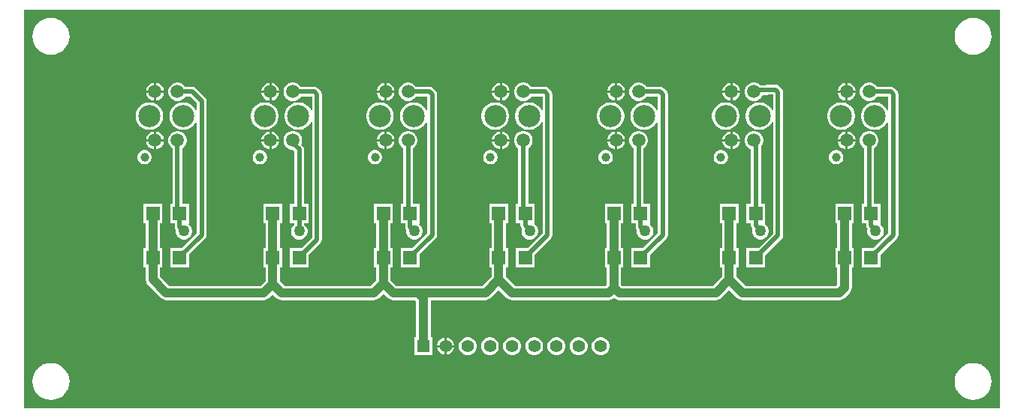
<source format=gtl>
G04*
G04 #@! TF.GenerationSoftware,Altium Limited,Altium Designer,24.1.2 (44)*
G04*
G04 Layer_Physical_Order=1*
G04 Layer_Color=255*
%FSTAX44Y44*%
%MOMM*%
G71*
G04*
G04 #@! TF.SameCoordinates,3538205F-3925-4055-AE4A-FF41BFCD8782*
G04*
G04*
G04 #@! TF.FilePolarity,Positive*
G04*
G01*
G75*
%ADD13R,1.5000X1.6000*%
%ADD21C,0.5000*%
%ADD22C,1.0000*%
%ADD23C,2.5000*%
%ADD24C,1.0000*%
%ADD25C,1.5000*%
%ADD26R,1.4080X1.4080*%
%ADD27C,1.4080*%
%ADD28C,1.2700*%
G36*
X011Y0D02*
X0D01*
Y0045D01*
X011D01*
Y0D01*
D02*
G37*
%LPC*%
G36*
X0107Y00440871D02*
X01065928Y0044047D01*
X01062013Y00439282D01*
X01058405Y00437353D01*
X01055242Y00434758D01*
X01052647Y00431595D01*
X01050718Y00427987D01*
X0104953Y00424072D01*
X01049129Y0042D01*
X0104953Y00415928D01*
X01050718Y00412013D01*
X01052647Y00408405D01*
X01055242Y00405242D01*
X01058405Y00402647D01*
X01062013Y00400718D01*
X01065928Y0039953D01*
X0107Y00399129D01*
X01074072Y0039953D01*
X01077987Y00400718D01*
X01081595Y00402647D01*
X01084758Y00405242D01*
X01087353Y00408405D01*
X01089282Y00412013D01*
X0109047Y00415928D01*
X01090871Y0042D01*
X0109047Y00424072D01*
X01089282Y00427987D01*
X01087353Y00431595D01*
X01084758Y00434758D01*
X01081595Y00437353D01*
X01077987Y00439282D01*
X01074072Y0044047D01*
X0107Y00440871D01*
D02*
G37*
G36*
X0003D02*
X00025928Y0044047D01*
X00022013Y00439282D01*
X00018405Y00437353D01*
X00015242Y00434758D01*
X00012647Y00431595D01*
X00010718Y00427987D01*
X00009531Y00424072D01*
X00009129Y0042D01*
X00009531Y00415928D01*
X00010718Y00412013D01*
X00012647Y00408405D01*
X00015242Y00405242D01*
X00018405Y00402647D01*
X00022013Y00400718D01*
X00025928Y0039953D01*
X0003Y00399129D01*
X00034072Y0039953D01*
X00037987Y00400718D01*
X00041595Y00402647D01*
X00044758Y00405242D01*
X00047353Y00408405D01*
X00049282Y00412013D01*
X00050469Y00415928D01*
X0005087Y0042D01*
X00050469Y00424072D01*
X00049282Y00427987D01*
X00047353Y00431595D01*
X00044758Y00434758D01*
X00041595Y00437353D01*
X00037987Y00439282D01*
X00034072Y0044047D01*
X0003Y00440871D01*
D02*
G37*
G36*
X00928622Y0036754D02*
X0092857D01*
Y0035877D01*
X0093734D01*
Y00358822D01*
X00936656Y00361375D01*
X00935334Y00363665D01*
X00933465Y00365534D01*
X00931175Y00366856D01*
X00928622Y0036754D01*
D02*
G37*
G36*
X00798622D02*
X0079857D01*
Y0035877D01*
X0080734D01*
Y00358822D01*
X00806656Y00361375D01*
X00805334Y00363665D01*
X00803465Y00365534D01*
X00801175Y00366856D01*
X00798622Y0036754D01*
D02*
G37*
G36*
X00668622D02*
X0066857D01*
Y0035877D01*
X0067734D01*
Y00358822D01*
X00676656Y00361375D01*
X00675334Y00363665D01*
X00673465Y00365534D01*
X00671175Y00366856D01*
X00668622Y0036754D01*
D02*
G37*
G36*
X00538622D02*
X0053857D01*
Y0035877D01*
X0054734D01*
Y00358822D01*
X00546656Y00361375D01*
X00545334Y00363665D01*
X00543465Y00365534D01*
X00541175Y00366856D01*
X00538622Y0036754D01*
D02*
G37*
G36*
X00408622D02*
X0040857D01*
Y0035877D01*
X0041734D01*
Y00358822D01*
X00416656Y00361375D01*
X00415334Y00363665D01*
X00413465Y00365534D01*
X00411175Y00366856D01*
X00408622Y0036754D01*
D02*
G37*
G36*
X00278622D02*
X0027857D01*
Y0035877D01*
X0028734D01*
Y00358822D01*
X00286656Y00361375D01*
X00285334Y00363665D01*
X00283465Y00365534D01*
X00281175Y00366856D01*
X00278622Y0036754D01*
D02*
G37*
G36*
X00148622D02*
X0014857D01*
Y0035877D01*
X0015734D01*
Y00358822D01*
X00156656Y00361375D01*
X00155334Y00363665D01*
X00153464Y00365534D01*
X00151175Y00366856D01*
X00148622Y0036754D01*
D02*
G37*
G36*
X0079603D02*
X00795978D01*
X00793425Y00366856D01*
X00791135Y00365534D01*
X00789266Y00363665D01*
X00787944Y00361375D01*
X0078726Y00358822D01*
Y0035877D01*
X0079603D01*
Y0036754D01*
D02*
G37*
G36*
X0014603D02*
X00145978D01*
X00143425Y00366856D01*
X00141135Y00365534D01*
X00139266Y00363665D01*
X00137944Y00361375D01*
X0013726Y00358822D01*
Y0035877D01*
X0014603D01*
Y0036754D01*
D02*
G37*
G36*
X0092603D02*
X00925978D01*
X00923425Y00366856D01*
X00921135Y00365534D01*
X00919266Y00363665D01*
X00917944Y00361375D01*
X0091726Y00358822D01*
Y0035877D01*
X0092603D01*
Y0036754D01*
D02*
G37*
G36*
X0066603D02*
X00665978D01*
X00663425Y00366856D01*
X00661135Y00365534D01*
X00659266Y00363665D01*
X00657944Y00361375D01*
X0065726Y00358822D01*
Y0035877D01*
X0066603D01*
Y0036754D01*
D02*
G37*
G36*
X0027603D02*
X00275978D01*
X00273425Y00366856D01*
X00271135Y00365534D01*
X00269266Y00363665D01*
X00267944Y00361375D01*
X0026726Y00358822D01*
Y0035877D01*
X0027603D01*
Y0036754D01*
D02*
G37*
G36*
X0040603D02*
X00405978D01*
X00403424Y00366856D01*
X00401135Y00365534D01*
X00399266Y00363665D01*
X00397944Y00361375D01*
X0039726Y00358822D01*
Y0035877D01*
X0040603D01*
Y0036754D01*
D02*
G37*
G36*
X0053603D02*
X00535978D01*
X00533425Y00366856D01*
X00531135Y00365534D01*
X00529266Y00363665D01*
X00527944Y00361375D01*
X0052726Y00358822D01*
Y0035877D01*
X0053603D01*
Y0036754D01*
D02*
G37*
G36*
X0093734Y0035623D02*
X0092857D01*
Y0034746D01*
X00928622D01*
X00931175Y00348144D01*
X00933465Y00349466D01*
X00935334Y00351335D01*
X00936656Y00353625D01*
X0093734Y00356178D01*
Y0035623D01*
D02*
G37*
G36*
X0092603D02*
X0091726D01*
Y00356178D01*
X00917944Y00353625D01*
X00919266Y00351335D01*
X00921135Y00349466D01*
X00923425Y00348144D01*
X00925978Y0034746D01*
X0092603D01*
Y0035623D01*
D02*
G37*
G36*
X0080734D02*
X0079857D01*
Y0034746D01*
X00798622D01*
X00801175Y00348144D01*
X00803465Y00349466D01*
X00805334Y00351335D01*
X00806656Y00353625D01*
X0080734Y00356178D01*
Y0035623D01*
D02*
G37*
G36*
X0079603D02*
X0078726D01*
Y00356178D01*
X00787944Y00353625D01*
X00789266Y00351335D01*
X00791135Y00349466D01*
X00793425Y00348144D01*
X00795978Y0034746D01*
X0079603D01*
Y0035623D01*
D02*
G37*
G36*
X0067734D02*
X0066857D01*
Y0034746D01*
X00668622D01*
X00671175Y00348144D01*
X00673465Y00349466D01*
X00675334Y00351335D01*
X00676656Y00353625D01*
X0067734Y00356178D01*
Y0035623D01*
D02*
G37*
G36*
X0066603D02*
X0065726D01*
Y00356178D01*
X00657944Y00353625D01*
X00659266Y00351335D01*
X00661135Y00349466D01*
X00663425Y00348144D01*
X00665978Y0034746D01*
X0066603D01*
Y0035623D01*
D02*
G37*
G36*
X0054734D02*
X0053857D01*
Y0034746D01*
X00538622D01*
X00541175Y00348144D01*
X00543465Y00349466D01*
X00545334Y00351335D01*
X00546656Y00353625D01*
X0054734Y00356178D01*
Y0035623D01*
D02*
G37*
G36*
X0053603D02*
X0052726D01*
Y00356178D01*
X00527944Y00353625D01*
X00529266Y00351335D01*
X00531135Y00349466D01*
X00533425Y00348144D01*
X00535978Y0034746D01*
X0053603D01*
Y0035623D01*
D02*
G37*
G36*
X0041734D02*
X0040857D01*
Y0034746D01*
X00408622D01*
X00411175Y00348144D01*
X00413465Y00349466D01*
X00415334Y00351335D01*
X00416656Y00353625D01*
X0041734Y00356178D01*
Y0035623D01*
D02*
G37*
G36*
X0040603D02*
X0039726D01*
Y00356178D01*
X00397944Y00353625D01*
X00399266Y00351335D01*
X00401135Y00349466D01*
X00403424Y00348144D01*
X00405978Y0034746D01*
X0040603D01*
Y0035623D01*
D02*
G37*
G36*
X0028734D02*
X0027857D01*
Y0034746D01*
X00278622D01*
X00281175Y00348144D01*
X00283465Y00349466D01*
X00285334Y00351335D01*
X00286656Y00353625D01*
X0028734Y00356178D01*
Y0035623D01*
D02*
G37*
G36*
X0027603D02*
X0026726D01*
Y00356178D01*
X00267944Y00353625D01*
X00269266Y00351335D01*
X00271135Y00349466D01*
X00273425Y00348144D01*
X00275978Y0034746D01*
X0027603D01*
Y0035623D01*
D02*
G37*
G36*
X0015734D02*
X0014857D01*
Y0034746D01*
X00148622D01*
X00151175Y00348144D01*
X00153464Y00349466D01*
X00155334Y00351335D01*
X00156656Y00353625D01*
X0015734Y00356178D01*
Y0035623D01*
D02*
G37*
G36*
X0014603D02*
X0013726D01*
Y00356178D01*
X00137944Y00353625D01*
X00139266Y00351335D01*
X00141135Y00349466D01*
X00143425Y00348144D01*
X00145978Y0034746D01*
X0014603D01*
Y0035623D01*
D02*
G37*
G36*
X00434082Y00368D02*
X00431317D01*
X00428647Y00367284D01*
X00426253Y00365902D01*
X00424298Y00363947D01*
X00422915Y00361553D01*
X004222Y00358882D01*
Y00356118D01*
X00422915Y00353447D01*
X00424298Y00351053D01*
X00426253Y00349098D01*
X00428647Y00347716D01*
X00431317Y00347D01*
X00434082D01*
X00436753Y00347716D01*
X00439147Y00349098D01*
X00441102Y00351053D01*
X00441586Y00351892D01*
X00454392D01*
Y00336662D01*
X00453122Y00336409D01*
X00452736Y00337342D01*
X0045104Y00339881D01*
X00448881Y0034204D01*
X00446342Y00343736D01*
X00443521Y00344904D01*
X00440527Y003455D01*
X00437473D01*
X00434479Y00344904D01*
X00431658Y00343736D01*
X00429119Y0034204D01*
X0042696Y00339881D01*
X00425264Y00337342D01*
X00424096Y00334521D01*
X004235Y00331527D01*
Y00328473D01*
X00424096Y00325479D01*
X00425264Y00322658D01*
X0042696Y00320119D01*
X00429119Y0031796D01*
X00431658Y00316264D01*
X00434479Y00315096D01*
X00437473Y003145D01*
X00440527D01*
X00443521Y00315096D01*
X00446342Y00316264D01*
X00448881Y0031796D01*
X0045104Y00320119D01*
X00452736Y00322658D01*
X00453122Y00323591D01*
X00454392Y00323338D01*
Y00197823D01*
X0043757Y00181D01*
X004245D01*
Y00159D01*
X004455D01*
Y0017307D01*
X00463965Y00191535D01*
X00465181Y00193354D01*
X00465608Y001955D01*
Y00354571D01*
X00465181Y00356717D01*
X00463965Y00358536D01*
X00461036Y00361465D01*
X00459217Y00362681D01*
X00457071Y00363108D01*
X00441586D01*
X00441102Y00363947D01*
X00439147Y00365902D01*
X00436753Y00367284D01*
X00434082Y00368D01*
D02*
G37*
G36*
X00174082D02*
X00171318D01*
X00168647Y00367284D01*
X00166253Y00365902D01*
X00164298Y00363947D01*
X00162915Y00361553D01*
X001622Y00358882D01*
Y00356118D01*
X00162915Y00353447D01*
X00164298Y00351053D01*
X00166253Y00349098D01*
X00168647Y00347716D01*
X00171318Y00347D01*
X00174082D01*
X00176753Y00347716D01*
X00179147Y00349098D01*
X00181102Y00351053D01*
X00181586Y00351892D01*
X00187248D01*
X00194392Y00344748D01*
Y00336662D01*
X00193122Y00336409D01*
X00192736Y00337342D01*
X0019104Y00339881D01*
X00188881Y0034204D01*
X00186342Y00343736D01*
X00183521Y00344904D01*
X00180527Y003455D01*
X00177473D01*
X00174479Y00344904D01*
X00171658Y00343736D01*
X00169119Y0034204D01*
X0016696Y00339881D01*
X00165264Y00337342D01*
X00164096Y00334521D01*
X001635Y00331527D01*
Y00328473D01*
X00164096Y00325479D01*
X00165264Y00322658D01*
X0016696Y00320119D01*
X00169119Y0031796D01*
X00171658Y00316264D01*
X00174479Y00315096D01*
X00177473Y003145D01*
X00180527D01*
X00183521Y00315096D01*
X00186342Y00316264D01*
X00188881Y0031796D01*
X0019104Y00320119D01*
X00192736Y00322658D01*
X00193122Y00323591D01*
X00194392Y00323338D01*
Y00197823D01*
X0017757Y00181D01*
X001645D01*
Y00159D01*
X001855D01*
Y0017307D01*
X00203965Y00191535D01*
X00205181Y00193354D01*
X00205608Y001955D01*
Y00347071D01*
X00205181Y00349217D01*
X00203965Y00351036D01*
X00193536Y00361465D01*
X00191717Y00362681D01*
X00189571Y00363108D01*
X00181586D01*
X00181102Y00363947D01*
X00179147Y00365902D01*
X00176753Y00367284D01*
X00174082Y00368D01*
D02*
G37*
G36*
X00954082D02*
X00951317D01*
X00948647Y00367284D01*
X00946253Y00365902D01*
X00944298Y00363947D01*
X00942915Y00361553D01*
X009422Y00358882D01*
Y00356118D01*
X00942915Y00353447D01*
X00944298Y00351053D01*
X00946253Y00349098D01*
X00948647Y00347716D01*
X00951317Y00347D01*
X00954082D01*
X00956753Y00347716D01*
X00959147Y00349098D01*
X00961102Y00351053D01*
X00961587Y00351892D01*
X00974392D01*
Y00336662D01*
X00973122Y00336409D01*
X00972736Y00337342D01*
X0097104Y00339881D01*
X00968881Y0034204D01*
X00966342Y00343736D01*
X00963521Y00344904D01*
X00960527Y003455D01*
X00957473D01*
X00954479Y00344904D01*
X00951658Y00343736D01*
X00949119Y0034204D01*
X0094696Y00339881D01*
X00945264Y00337342D01*
X00944096Y00334521D01*
X009435Y00331527D01*
Y00328473D01*
X00944096Y00325479D01*
X00945264Y00322658D01*
X0094696Y00320119D01*
X00949119Y0031796D01*
X00951658Y00316264D01*
X00954479Y00315096D01*
X00957473Y003145D01*
X00960527D01*
X00963521Y00315096D01*
X00966342Y00316264D01*
X00968881Y0031796D01*
X0097104Y00320119D01*
X00972736Y00322658D01*
X00973122Y00323591D01*
X00974392Y00323338D01*
Y00197823D01*
X00957569Y00181D01*
X009445D01*
Y00159D01*
X009655D01*
Y0017307D01*
X00983965Y00191535D01*
X00985181Y00193354D01*
X00985608Y001955D01*
Y00354571D01*
X00985181Y00356717D01*
X00983965Y00358536D01*
X00981036Y00361465D01*
X00979217Y00362681D01*
X00977071Y00363108D01*
X00961587D01*
X00961102Y00363947D01*
X00959147Y00365902D01*
X00956753Y00367284D01*
X00954082Y00368D01*
D02*
G37*
G36*
X00694082D02*
X00691317D01*
X00688647Y00367284D01*
X00686253Y00365902D01*
X00684298Y00363947D01*
X00682915Y00361553D01*
X006822Y00358882D01*
Y00356118D01*
X00682915Y00353447D01*
X00684298Y00351053D01*
X00686253Y00349098D01*
X00688647Y00347716D01*
X00691317Y00347D01*
X00694082D01*
X00696753Y00347716D01*
X00699147Y00349098D01*
X00701102Y00351053D01*
X00701587Y00351892D01*
X00714392D01*
Y00336662D01*
X00713122Y00336409D01*
X00712736Y00337342D01*
X0071104Y00339881D01*
X00708881Y0034204D01*
X00706342Y00343736D01*
X00703521Y00344904D01*
X00700527Y003455D01*
X00697473D01*
X00694479Y00344904D01*
X00691658Y00343736D01*
X00689119Y0034204D01*
X0068696Y00339881D01*
X00685264Y00337342D01*
X00684096Y00334521D01*
X006835Y00331527D01*
Y00328473D01*
X00684096Y00325479D01*
X00685264Y00322658D01*
X0068696Y00320119D01*
X00689119Y0031796D01*
X00691658Y00316264D01*
X00694479Y00315096D01*
X00697473Y003145D01*
X00700527D01*
X00703521Y00315096D01*
X00706342Y00316264D01*
X00708881Y0031796D01*
X0071104Y00320119D01*
X00712736Y00322658D01*
X00713122Y00323591D01*
X00714392Y00323338D01*
Y00197823D01*
X00697569Y00181D01*
X006845D01*
Y00159D01*
X007055D01*
Y0017307D01*
X00723965Y00191535D01*
X00725181Y00193354D01*
X00725608Y001955D01*
Y00354571D01*
X00725181Y00356717D01*
X00723965Y00358536D01*
X00721036Y00361465D01*
X00719217Y00362681D01*
X00717071Y00363108D01*
X00701587D01*
X00701102Y00363947D01*
X00699147Y00365902D01*
X00696753Y00367284D01*
X00694082Y00368D01*
D02*
G37*
G36*
X00564082D02*
X00561318D01*
X00558647Y00367284D01*
X00556253Y00365902D01*
X00554298Y00363947D01*
X00552916Y00361553D01*
X005522Y00358882D01*
Y00356118D01*
X00552916Y00353447D01*
X00554298Y00351053D01*
X00556253Y00349098D01*
X00558647Y00347716D01*
X00561318Y00347D01*
X00564082D01*
X00566753Y00347716D01*
X00569147Y00349098D01*
X00571102Y00351053D01*
X00571587Y00351892D01*
X00584392D01*
Y00336661D01*
X00583122Y00336409D01*
X00582736Y00337342D01*
X00581039Y00339881D01*
X0057888Y0034204D01*
X00576342Y00343736D01*
X00573521Y00344904D01*
X00570526Y003455D01*
X00567473D01*
X00564479Y00344904D01*
X00561658Y00343736D01*
X00559119Y0034204D01*
X0055696Y00339881D01*
X00555264Y00337342D01*
X00554095Y00334521D01*
X005535Y00331527D01*
Y00328473D01*
X00554095Y00325479D01*
X00555264Y00322658D01*
X0055696Y00320119D01*
X00559119Y0031796D01*
X00561658Y00316264D01*
X00564479Y00315096D01*
X00567473Y003145D01*
X00570526D01*
X00573521Y00315096D01*
X00576342Y00316264D01*
X0057888Y0031796D01*
X00581039Y00320119D01*
X00582736Y00322658D01*
X00583122Y00323591D01*
X00584392Y00323339D01*
Y00197823D01*
X00567569Y00181D01*
X005545D01*
Y00159D01*
X005755D01*
Y0017307D01*
X00593965Y00191535D01*
X00595181Y00193354D01*
X00595608Y00195501D01*
Y00354571D01*
X00595181Y00356717D01*
X00593965Y00358536D01*
X00591036Y00361465D01*
X00589217Y00362681D01*
X00587071Y00363108D01*
X00571587D01*
X00571102Y00363947D01*
X00569147Y00365902D01*
X00566753Y00367284D01*
X00564082Y00368D01*
D02*
G37*
G36*
X00304082D02*
X00301318D01*
X00298647Y00367284D01*
X00296253Y00365902D01*
X00294298Y00363947D01*
X00292916Y00361553D01*
X002922Y00358882D01*
Y00356118D01*
X00292916Y00353447D01*
X00294298Y00351053D01*
X00296253Y00349098D01*
X00298647Y00347716D01*
X00301318Y00347D01*
X00304082D01*
X00306753Y00347716D01*
X00309147Y00349098D01*
X00311102Y00351053D01*
X00311587Y00351892D01*
X00324392D01*
Y00336661D01*
X00323122Y00336409D01*
X00322736Y00337342D01*
X00321039Y00339881D01*
X0031888Y0034204D01*
X00316342Y00343736D01*
X00313521Y00344904D01*
X00310526Y003455D01*
X00307473D01*
X00304479Y00344904D01*
X00301658Y00343736D01*
X00299119Y0034204D01*
X0029696Y00339881D01*
X00295264Y00337342D01*
X00294095Y00334521D01*
X002935Y00331527D01*
Y00328473D01*
X00294095Y00325479D01*
X00295264Y00322658D01*
X0029696Y00320119D01*
X00299119Y0031796D01*
X00301658Y00316264D01*
X00304479Y00315096D01*
X00307473Y003145D01*
X00310526D01*
X00313521Y00315096D01*
X00316342Y00316264D01*
X0031888Y0031796D01*
X00321039Y00320119D01*
X00322736Y00322658D01*
X00323122Y00323591D01*
X00324392Y00323339D01*
Y00192823D01*
X0031257Y00181D01*
X002995D01*
Y00159D01*
X003205D01*
Y00173069D01*
X00333965Y00186535D01*
X00335181Y00188354D01*
X00335608Y001905D01*
Y00354571D01*
X00335181Y00356717D01*
X00333965Y00358536D01*
X00331036Y00361465D01*
X00329217Y00362681D01*
X00327071Y00363108D01*
X00311587D01*
X00311102Y00363947D01*
X00309147Y00365902D01*
X00306753Y00367284D01*
X00304082Y00368D01*
D02*
G37*
G36*
X00824082D02*
X00821318D01*
X00818647Y00367284D01*
X00816253Y00365902D01*
X00814298Y00363947D01*
X00812916Y00361553D01*
X008122Y00358882D01*
Y00356118D01*
X00812916Y00353447D01*
X00814298Y00351053D01*
X00816253Y00349098D01*
X00818647Y00347716D01*
X00821318Y00347D01*
X00824082D01*
X00826753Y00347716D01*
X00829147Y00349098D01*
X00831102Y00351053D01*
X00832484Y00353447D01*
X0083258Y00353806D01*
X00837319D01*
X00839465Y00354233D01*
X00839704Y00354392D01*
X00844392D01*
Y00336661D01*
X00843122Y00336409D01*
X00842736Y00337342D01*
X00841039Y00339881D01*
X0083888Y0034204D01*
X00836342Y00343736D01*
X00833521Y00344904D01*
X00830526Y003455D01*
X00827473D01*
X00824479Y00344904D01*
X00821658Y00343736D01*
X00819119Y0034204D01*
X0081696Y00339881D01*
X00815264Y00337342D01*
X00814095Y00334521D01*
X008135Y00331527D01*
Y00328473D01*
X00814095Y00325479D01*
X00815264Y00322658D01*
X0081696Y00320119D01*
X00819119Y0031796D01*
X00821658Y00316264D01*
X00824479Y00315096D01*
X00827473Y003145D01*
X00830526D01*
X00833521Y00315096D01*
X00836342Y00316264D01*
X0083888Y0031796D01*
X00841039Y00320119D01*
X00842736Y00322658D01*
X00843122Y00323591D01*
X00844392Y00323339D01*
Y00197323D01*
X0082807Y00181D01*
X008145D01*
Y00159D01*
X008355D01*
Y0017257D01*
X00853965Y00191035D01*
X00855181Y00192854D01*
X00855608Y00195D01*
Y00357071D01*
X00855181Y00359217D01*
X00853965Y00361036D01*
X00851036Y00363965D01*
X00849217Y00365181D01*
X00847071Y00365608D01*
X00837906D01*
X0083576Y00365181D01*
X00835521Y00365021D01*
X00830028D01*
X00829147Y00365902D01*
X00826753Y00367284D01*
X00824082Y00368D01*
D02*
G37*
G36*
X00922527Y003455D02*
X00919473D01*
X00916479Y00344904D01*
X00913658Y00343736D01*
X00911119Y0034204D01*
X0090896Y00339881D01*
X00907264Y00337342D01*
X00906096Y00334521D01*
X009055Y00331527D01*
Y00328473D01*
X00906096Y00325479D01*
X00907264Y00322658D01*
X0090896Y00320119D01*
X00911119Y0031796D01*
X00913658Y00316264D01*
X00916479Y00315096D01*
X00919473Y003145D01*
X00922527D01*
X00925521Y00315096D01*
X00928342Y00316264D01*
X00930881Y0031796D01*
X0093304Y00320119D01*
X00934736Y00322658D01*
X00935904Y00325479D01*
X009365Y00328473D01*
Y00331527D01*
X00935904Y00334521D01*
X00934736Y00337342D01*
X0093304Y00339881D01*
X00930881Y0034204D01*
X00928342Y00343736D01*
X00925521Y00344904D01*
X00922527Y003455D01*
D02*
G37*
G36*
X00792526D02*
X00789473D01*
X00786479Y00344904D01*
X00783658Y00343736D01*
X00781119Y0034204D01*
X0077896Y00339881D01*
X00777264Y00337342D01*
X00776096Y00334521D01*
X007755Y00331527D01*
Y00328473D01*
X00776096Y00325479D01*
X00777264Y00322658D01*
X0077896Y00320119D01*
X00781119Y0031796D01*
X00783658Y00316264D01*
X00786479Y00315096D01*
X00789473Y003145D01*
X00792526D01*
X00795521Y00315096D01*
X00798342Y00316264D01*
X00800881Y0031796D01*
X00803039Y00320119D01*
X00804736Y00322658D01*
X00805904Y00325479D01*
X008065Y00328473D01*
Y00331527D01*
X00805904Y00334521D01*
X00804736Y00337342D01*
X00803039Y00339881D01*
X00800881Y0034204D01*
X00798342Y00343736D01*
X00795521Y00344904D01*
X00792526Y003455D01*
D02*
G37*
G36*
X00662527D02*
X00659473D01*
X00656479Y00344904D01*
X00653658Y00343736D01*
X00651119Y0034204D01*
X0064896Y00339881D01*
X00647264Y00337342D01*
X00646096Y00334521D01*
X006455Y00331527D01*
Y00328473D01*
X00646096Y00325479D01*
X00647264Y00322658D01*
X0064896Y00320119D01*
X00651119Y0031796D01*
X00653658Y00316264D01*
X00656479Y00315096D01*
X00659473Y003145D01*
X00662527D01*
X00665521Y00315096D01*
X00668342Y00316264D01*
X00670881Y0031796D01*
X0067304Y00320119D01*
X00674736Y00322658D01*
X00675904Y00325479D01*
X006765Y00328473D01*
Y00331527D01*
X00675904Y00334521D01*
X00674736Y00337342D01*
X0067304Y00339881D01*
X00670881Y0034204D01*
X00668342Y00343736D01*
X00665521Y00344904D01*
X00662527Y003455D01*
D02*
G37*
G36*
X00532526D02*
X00529473D01*
X00526479Y00344904D01*
X00523658Y00343736D01*
X00521119Y0034204D01*
X0051896Y00339881D01*
X00517264Y00337342D01*
X00516096Y00334521D01*
X005155Y00331527D01*
Y00328473D01*
X00516096Y00325479D01*
X00517264Y00322658D01*
X0051896Y00320119D01*
X00521119Y0031796D01*
X00523658Y00316264D01*
X00526479Y00315096D01*
X00529473Y003145D01*
X00532526D01*
X00535521Y00315096D01*
X00538342Y00316264D01*
X00540881Y0031796D01*
X0054304Y00320119D01*
X00544736Y00322658D01*
X00545904Y00325479D01*
X005465Y00328473D01*
Y00331527D01*
X00545904Y00334521D01*
X00544736Y00337342D01*
X0054304Y00339881D01*
X00540881Y0034204D01*
X00538342Y00343736D01*
X00535521Y00344904D01*
X00532526Y003455D01*
D02*
G37*
G36*
X00402527D02*
X00399473D01*
X00396479Y00344904D01*
X00393658Y00343736D01*
X00391119Y0034204D01*
X0038896Y00339881D01*
X00387264Y00337342D01*
X00386096Y00334521D01*
X003855Y00331527D01*
Y00328473D01*
X00386096Y00325479D01*
X00387264Y00322658D01*
X0038896Y00320119D01*
X00391119Y0031796D01*
X00393658Y00316264D01*
X00396479Y00315096D01*
X00399473Y003145D01*
X00402527D01*
X00405521Y00315096D01*
X00408342Y00316264D01*
X00410881Y0031796D01*
X0041304Y00320119D01*
X00414736Y00322658D01*
X00415904Y00325479D01*
X004165Y00328473D01*
Y00331527D01*
X00415904Y00334521D01*
X00414736Y00337342D01*
X0041304Y00339881D01*
X00410881Y0034204D01*
X00408342Y00343736D01*
X00405521Y00344904D01*
X00402527Y003455D01*
D02*
G37*
G36*
X00272526D02*
X00269473D01*
X00266479Y00344904D01*
X00263658Y00343736D01*
X00261119Y0034204D01*
X0025896Y00339881D01*
X00257264Y00337342D01*
X00256096Y00334521D01*
X002555Y00331527D01*
Y00328473D01*
X00256096Y00325479D01*
X00257264Y00322658D01*
X0025896Y00320119D01*
X00261119Y0031796D01*
X00263658Y00316264D01*
X00266479Y00315096D01*
X00269473Y003145D01*
X00272526D01*
X00275521Y00315096D01*
X00278342Y00316264D01*
X00280881Y0031796D01*
X00283039Y00320119D01*
X00284736Y00322658D01*
X00285904Y00325479D01*
X002865Y00328473D01*
Y00331527D01*
X00285904Y00334521D01*
X00284736Y00337342D01*
X00283039Y00339881D01*
X00280881Y0034204D01*
X00278342Y00343736D01*
X00275521Y00344904D01*
X00272526Y003455D01*
D02*
G37*
G36*
X00142527D02*
X00139473D01*
X00136479Y00344904D01*
X00133658Y00343736D01*
X00131119Y0034204D01*
X0012896Y00339881D01*
X00127264Y00337342D01*
X00126096Y00334521D01*
X001255Y00331527D01*
Y00328473D01*
X00126096Y00325479D01*
X00127264Y00322658D01*
X0012896Y00320119D01*
X00131119Y0031796D01*
X00133658Y00316264D01*
X00136479Y00315096D01*
X00139473Y003145D01*
X00142527D01*
X00145521Y00315096D01*
X00148342Y00316264D01*
X00150881Y0031796D01*
X0015304Y00320119D01*
X00154736Y00322658D01*
X00155904Y00325479D01*
X001565Y00328473D01*
Y00331527D01*
X00155904Y00334521D01*
X00154736Y00337342D01*
X0015304Y00339881D01*
X00150881Y0034204D01*
X00148342Y00343736D01*
X00145521Y00344904D01*
X00142527Y003455D01*
D02*
G37*
G36*
X00928622Y0031254D02*
X0092857D01*
Y0030377D01*
X0093734D01*
Y00303822D01*
X00936656Y00306375D01*
X00935334Y00308665D01*
X00933465Y00310534D01*
X00931175Y00311856D01*
X00928622Y0031254D01*
D02*
G37*
G36*
X00798622D02*
X0079857D01*
Y0030377D01*
X0080734D01*
Y00303822D01*
X00806656Y00306375D01*
X00805334Y00308665D01*
X00803465Y00310534D01*
X00801175Y00311856D01*
X00798622Y0031254D01*
D02*
G37*
G36*
X00668622D02*
X0066857D01*
Y0030377D01*
X0067734D01*
Y00303822D01*
X00676656Y00306375D01*
X00675334Y00308665D01*
X00673465Y00310534D01*
X00671175Y00311856D01*
X00668622Y0031254D01*
D02*
G37*
G36*
X00538622D02*
X0053857D01*
Y0030377D01*
X0054734D01*
Y00303822D01*
X00546656Y00306375D01*
X00545334Y00308665D01*
X00543465Y00310534D01*
X00541175Y00311856D01*
X00538622Y0031254D01*
D02*
G37*
G36*
X00408622D02*
X0040857D01*
Y0030377D01*
X0041734D01*
Y00303822D01*
X00416656Y00306375D01*
X00415334Y00308665D01*
X00413465Y00310534D01*
X00411175Y00311856D01*
X00408622Y0031254D01*
D02*
G37*
G36*
X00278622D02*
X0027857D01*
Y0030377D01*
X0028734D01*
Y00303822D01*
X00286656Y00306375D01*
X00285334Y00308665D01*
X00283465Y00310534D01*
X00281175Y00311856D01*
X00278622Y0031254D01*
D02*
G37*
G36*
X00148622D02*
X0014857D01*
Y0030377D01*
X0015734D01*
Y00303822D01*
X00156656Y00306375D01*
X00155334Y00308665D01*
X00153464Y00310534D01*
X00151175Y00311856D01*
X00148622Y0031254D01*
D02*
G37*
G36*
X0027603D02*
X00275978D01*
X00273425Y00311856D01*
X00271135Y00310534D01*
X00269266Y00308665D01*
X00267944Y00306375D01*
X0026726Y00303822D01*
Y0030377D01*
X0027603D01*
Y0031254D01*
D02*
G37*
G36*
X0053603D02*
X00535978D01*
X00533425Y00311856D01*
X00531135Y00310534D01*
X00529266Y00308665D01*
X00527944Y00306375D01*
X0052726Y00303822D01*
Y0030377D01*
X0053603D01*
Y0031254D01*
D02*
G37*
G36*
X0040603D02*
X00405978D01*
X00403424Y00311856D01*
X00401135Y00310534D01*
X00399266Y00308665D01*
X00397944Y00306375D01*
X0039726Y00303822D01*
Y0030377D01*
X0040603D01*
Y0031254D01*
D02*
G37*
G36*
X0079603D02*
X00795978D01*
X00793425Y00311856D01*
X00791135Y00310534D01*
X00789266Y00308665D01*
X00787944Y00306375D01*
X0078726Y00303822D01*
Y0030377D01*
X0079603D01*
Y0031254D01*
D02*
G37*
G36*
X0014603D02*
X00145978D01*
X00143425Y00311856D01*
X00141135Y00310534D01*
X00139266Y00308665D01*
X00137944Y00306375D01*
X0013726Y00303822D01*
Y0030377D01*
X0014603D01*
Y0031254D01*
D02*
G37*
G36*
X0092603D02*
X00925978D01*
X00923425Y00311856D01*
X00921135Y00310534D01*
X00919266Y00308665D01*
X00917944Y00306375D01*
X0091726Y00303822D01*
Y0030377D01*
X0092603D01*
Y0031254D01*
D02*
G37*
G36*
X0066603D02*
X00665978D01*
X00663425Y00311856D01*
X00661135Y00310534D01*
X00659266Y00308665D01*
X00657944Y00306375D01*
X0065726Y00303822D01*
Y0030377D01*
X0066603D01*
Y0031254D01*
D02*
G37*
G36*
X0093734Y0030123D02*
X0092857D01*
Y0029246D01*
X00928622D01*
X00931175Y00293144D01*
X00933465Y00294466D01*
X00935334Y00296335D01*
X00936656Y00298625D01*
X0093734Y00301178D01*
Y0030123D01*
D02*
G37*
G36*
X0092603D02*
X0091726D01*
Y00301178D01*
X00917944Y00298625D01*
X00919266Y00296335D01*
X00921135Y00294466D01*
X00923425Y00293144D01*
X00925978Y0029246D01*
X0092603D01*
Y0030123D01*
D02*
G37*
G36*
X0080734D02*
X0079857D01*
Y0029246D01*
X00798622D01*
X00801175Y00293144D01*
X00803465Y00294466D01*
X00805334Y00296335D01*
X00806656Y00298625D01*
X0080734Y00301178D01*
Y0030123D01*
D02*
G37*
G36*
X0079603D02*
X0078726D01*
Y00301178D01*
X00787944Y00298625D01*
X00789266Y00296335D01*
X00791135Y00294466D01*
X00793425Y00293144D01*
X00795978Y0029246D01*
X0079603D01*
Y0030123D01*
D02*
G37*
G36*
X0067734D02*
X0066857D01*
Y0029246D01*
X00668622D01*
X00671175Y00293144D01*
X00673465Y00294466D01*
X00675334Y00296335D01*
X00676656Y00298625D01*
X0067734Y00301178D01*
Y0030123D01*
D02*
G37*
G36*
X0066603D02*
X0065726D01*
Y00301178D01*
X00657944Y00298625D01*
X00659266Y00296335D01*
X00661135Y00294466D01*
X00663425Y00293144D01*
X00665978Y0029246D01*
X0066603D01*
Y0030123D01*
D02*
G37*
G36*
X0054734D02*
X0053857D01*
Y0029246D01*
X00538622D01*
X00541175Y00293144D01*
X00543465Y00294466D01*
X00545334Y00296335D01*
X00546656Y00298625D01*
X0054734Y00301178D01*
Y0030123D01*
D02*
G37*
G36*
X0053603D02*
X0052726D01*
Y00301178D01*
X00527944Y00298625D01*
X00529266Y00296335D01*
X00531135Y00294466D01*
X00533425Y00293144D01*
X00535978Y0029246D01*
X0053603D01*
Y0030123D01*
D02*
G37*
G36*
X0041734D02*
X0040857D01*
Y0029246D01*
X00408622D01*
X00411175Y00293144D01*
X00413465Y00294466D01*
X00415334Y00296335D01*
X00416656Y00298625D01*
X0041734Y00301178D01*
Y0030123D01*
D02*
G37*
G36*
X0040603D02*
X0039726D01*
Y00301178D01*
X00397944Y00298625D01*
X00399266Y00296335D01*
X00401135Y00294466D01*
X00403424Y00293144D01*
X00405978Y0029246D01*
X0040603D01*
Y0030123D01*
D02*
G37*
G36*
X0028734D02*
X0027857D01*
Y0029246D01*
X00278622D01*
X00281175Y00293144D01*
X00283465Y00294466D01*
X00285334Y00296335D01*
X00286656Y00298625D01*
X0028734Y00301178D01*
Y0030123D01*
D02*
G37*
G36*
X0027603D02*
X0026726D01*
Y00301178D01*
X00267944Y00298625D01*
X00269266Y00296335D01*
X00271135Y00294466D01*
X00273425Y00293144D01*
X00275978Y0029246D01*
X0027603D01*
Y0030123D01*
D02*
G37*
G36*
X0015734D02*
X0014857D01*
Y0029246D01*
X00148622D01*
X00151175Y00293144D01*
X00153464Y00294466D01*
X00155334Y00296335D01*
X00156656Y00298625D01*
X0015734Y00301178D01*
Y0030123D01*
D02*
G37*
G36*
X0014603D02*
X0013726D01*
Y00301178D01*
X00137944Y00298625D01*
X00139266Y00296335D01*
X00141135Y00294466D01*
X00143425Y00293144D01*
X00145978Y0029246D01*
X0014603D01*
Y0030123D01*
D02*
G37*
G36*
X00916553Y002915D02*
X00914447D01*
X00912412Y00290955D01*
X00910588Y00289902D01*
X00909098Y00288412D01*
X00908045Y00286588D01*
X009075Y00284553D01*
Y00282447D01*
X00908045Y00280412D01*
X00909098Y00278588D01*
X00910588Y00277099D01*
X00912412Y00276045D01*
X00914447Y002755D01*
X00916553D01*
X00918588Y00276045D01*
X00920412Y00277099D01*
X00921901Y00278588D01*
X00922955Y00280412D01*
X009235Y00282447D01*
Y00284553D01*
X00922955Y00286588D01*
X00921901Y00288412D01*
X00920412Y00289902D01*
X00918588Y00290955D01*
X00916553Y002915D01*
D02*
G37*
G36*
X00786553D02*
X00784447D01*
X00782412Y00290955D01*
X00780588Y00289902D01*
X00779099Y00288412D01*
X00778045Y00286588D01*
X007775Y00284553D01*
Y00282447D01*
X00778045Y00280412D01*
X00779099Y00278588D01*
X00780588Y00277099D01*
X00782412Y00276045D01*
X00784447Y002755D01*
X00786553D01*
X00788588Y00276045D01*
X00790412Y00277099D01*
X00791902Y00278588D01*
X00792955Y00280412D01*
X007935Y00282447D01*
Y00284553D01*
X00792955Y00286588D01*
X00791902Y00288412D01*
X00790412Y00289902D01*
X00788588Y00290955D01*
X00786553Y002915D01*
D02*
G37*
G36*
X00656553D02*
X00654447D01*
X00652412Y00290955D01*
X00650588Y00289902D01*
X00649098Y00288412D01*
X00648045Y00286588D01*
X006475Y00284553D01*
Y00282447D01*
X00648045Y00280412D01*
X00649098Y00278588D01*
X00650588Y00277099D01*
X00652412Y00276045D01*
X00654447Y002755D01*
X00656553D01*
X00658588Y00276045D01*
X00660412Y00277099D01*
X00661901Y00278588D01*
X00662955Y00280412D01*
X006635Y00282447D01*
Y00284553D01*
X00662955Y00286588D01*
X00661901Y00288412D01*
X00660412Y00289902D01*
X00658588Y00290955D01*
X00656553Y002915D01*
D02*
G37*
G36*
X00526553D02*
X00524447D01*
X00522412Y00290955D01*
X00520588Y00289902D01*
X00519099Y00288412D01*
X00518045Y00286588D01*
X005175Y00284553D01*
Y00282447D01*
X00518045Y00280412D01*
X00519099Y00278588D01*
X00520588Y00277099D01*
X00522412Y00276045D01*
X00524447Y002755D01*
X00526553D01*
X00528588Y00276045D01*
X00530412Y00277099D01*
X00531902Y00278588D01*
X00532955Y00280412D01*
X005335Y00282447D01*
Y00284553D01*
X00532955Y00286588D01*
X00531902Y00288412D01*
X00530412Y00289902D01*
X00528588Y00290955D01*
X00526553Y002915D01*
D02*
G37*
G36*
X00396553D02*
X00394447D01*
X00392412Y00290955D01*
X00390588Y00289902D01*
X00389098Y00288412D01*
X00388045Y00286588D01*
X003875Y00284553D01*
Y00282447D01*
X00388045Y00280412D01*
X00389098Y00278588D01*
X00390588Y00277099D01*
X00392412Y00276045D01*
X00394447Y002755D01*
X00396553D01*
X00398588Y00276045D01*
X00400412Y00277099D01*
X00401902Y00278588D01*
X00402955Y00280412D01*
X004035Y00282447D01*
Y00284553D01*
X00402955Y00286588D01*
X00401902Y00288412D01*
X00400412Y00289902D01*
X00398588Y00290955D01*
X00396553Y002915D01*
D02*
G37*
G36*
X00266553D02*
X00264447D01*
X00262412Y00290955D01*
X00260588Y00289902D01*
X00259098Y00288412D01*
X00258045Y00286588D01*
X002575Y00284553D01*
Y00282447D01*
X00258045Y00280412D01*
X00259098Y00278588D01*
X00260588Y00277099D01*
X00262412Y00276045D01*
X00264447Y002755D01*
X00266553D01*
X00268588Y00276045D01*
X00270412Y00277099D01*
X00271901Y00278588D01*
X00272955Y00280412D01*
X002735Y00282447D01*
Y00284553D01*
X00272955Y00286588D01*
X00271901Y00288412D01*
X00270412Y00289902D01*
X00268588Y00290955D01*
X00266553Y002915D01*
D02*
G37*
G36*
X00136553D02*
X00134447D01*
X00132412Y00290955D01*
X00130588Y00289902D01*
X00129098Y00288412D01*
X00128045Y00286588D01*
X001275Y00284553D01*
Y00282447D01*
X00128045Y00280412D01*
X00129098Y00278588D01*
X00130588Y00277099D01*
X00132412Y00276045D01*
X00134447Y002755D01*
X00136553D01*
X00138588Y00276045D01*
X00140412Y00277099D01*
X00141902Y00278588D01*
X00142955Y00280412D01*
X001435Y00282447D01*
Y00284553D01*
X00142955Y00286588D01*
X00141902Y00288412D01*
X00140412Y00289902D01*
X00138588Y00290955D01*
X00136553Y002915D01*
D02*
G37*
G36*
X00954082Y00313D02*
X00951317D01*
X00948647Y00312284D01*
X00946253Y00310902D01*
X00944298Y00308947D01*
X00942915Y00306553D01*
X009422Y00303882D01*
Y00301117D01*
X00942915Y00298447D01*
X00944298Y00296053D01*
X00946253Y00294098D01*
X00947092Y00293613D01*
Y00231D01*
X009445D01*
Y00209D01*
X00949392D01*
Y00206486D01*
X00949819Y0020434D01*
X00951007Y00202562D01*
X0095065Y00201231D01*
Y00198769D01*
X00951287Y00196391D01*
X00952518Y00194259D01*
X00954259Y00192518D01*
X00956391Y00191287D01*
X00958769Y0019065D01*
X00961231D01*
X00963609Y00191287D01*
X00965741Y00192518D01*
X00967482Y00194259D01*
X00968713Y00196391D01*
X0096935Y00198769D01*
Y00201231D01*
X00968713Y00203609D01*
X00967482Y00205741D01*
X00965741Y00207482D01*
X00965311Y0020773D01*
X009655Y00209D01*
X009655D01*
Y00231D01*
X00958307D01*
Y00293613D01*
X00959147Y00294098D01*
X00961102Y00296053D01*
X00962484Y00298447D01*
X009632Y00301117D01*
Y00303882D01*
X00962484Y00306553D01*
X00961102Y00308947D01*
X00959147Y00310902D01*
X00956753Y00312284D01*
X00954082Y00313D01*
D02*
G37*
G36*
X00824082D02*
X00821318D01*
X00818647Y00312284D01*
X00816253Y00310902D01*
X00814298Y00308947D01*
X00812916Y00306553D01*
X008122Y00303882D01*
Y00301117D01*
X00812916Y00298447D01*
X00814298Y00296053D01*
X00816253Y00294098D01*
X00818647Y00292715D01*
X00819392Y00292516D01*
Y00231D01*
X008145D01*
Y00209D01*
X00819392D01*
Y00206486D01*
X00819819Y0020434D01*
X00821007Y00202562D01*
X0082065Y00201231D01*
Y00198769D01*
X00821287Y00196391D01*
X00822518Y00194259D01*
X00824259Y00192518D01*
X00826391Y00191287D01*
X00828769Y0019065D01*
X00831231D01*
X00833609Y00191287D01*
X00835741Y00192518D01*
X00837482Y00194259D01*
X00838713Y00196391D01*
X0083935Y00198769D01*
Y00201231D01*
X00838713Y00203609D01*
X00837482Y00205741D01*
X00835741Y00207482D01*
X00835311Y0020773D01*
X008355Y00209D01*
X008355D01*
Y00231D01*
X00830608D01*
Y00295558D01*
X00831102Y00296053D01*
X00832484Y00298447D01*
X008332Y00301117D01*
Y00303882D01*
X00832484Y00306553D01*
X00831102Y00308947D01*
X00829147Y00310902D01*
X00826753Y00312284D01*
X00824082Y00313D01*
D02*
G37*
G36*
X00694082D02*
X00691317D01*
X00688647Y00312284D01*
X00686253Y00310902D01*
X00684298Y00308947D01*
X00682915Y00306553D01*
X006822Y00303882D01*
Y00301117D01*
X00682915Y00298447D01*
X00684298Y00296053D01*
X00686253Y00294098D01*
X00687092Y00293613D01*
Y00231D01*
X006845D01*
Y00209D01*
X00689392D01*
Y00205D01*
X00689819Y00202854D01*
X00690723Y00201502D01*
X0069065Y00201231D01*
Y00198769D01*
X00691287Y00196391D01*
X00692518Y00194259D01*
X00694259Y00192518D01*
X00696391Y00191287D01*
X00698769Y0019065D01*
X00701231D01*
X00703609Y00191287D01*
X00705741Y00192518D01*
X00707482Y00194259D01*
X00708713Y00196391D01*
X0070935Y00198769D01*
Y00201231D01*
X00708713Y00203609D01*
X00707482Y00205741D01*
X00705741Y00207482D01*
X00705311Y0020773D01*
X007055Y00209D01*
X007055D01*
Y00231D01*
X00698307D01*
Y00293613D01*
X00699147Y00294098D01*
X00701102Y00296053D01*
X00702484Y00298447D01*
X007032Y00301117D01*
Y00303882D01*
X00702484Y00306553D01*
X00701102Y00308947D01*
X00699147Y00310902D01*
X00696753Y00312284D01*
X00694082Y00313D01*
D02*
G37*
G36*
X00564082D02*
X00561318D01*
X00558647Y00312284D01*
X00556253Y00310902D01*
X00554298Y00308947D01*
X00552916Y00306553D01*
X005522Y00303882D01*
Y00301117D01*
X00552916Y00298447D01*
X00554298Y00296053D01*
X00556253Y00294098D01*
X00557092Y00293613D01*
Y00231D01*
X005545D01*
Y00209D01*
X00559392D01*
Y00206486D01*
X00559819Y0020434D01*
X00561007Y00202562D01*
X0056065Y00201231D01*
Y00198769D01*
X00561287Y00196391D01*
X00562518Y00194259D01*
X00564259Y00192518D01*
X00566391Y00191287D01*
X00568769Y0019065D01*
X00571231D01*
X00573609Y00191287D01*
X00575741Y00192518D01*
X00577482Y00194259D01*
X00578713Y00196391D01*
X0057935Y00198769D01*
Y00201231D01*
X00578713Y00203609D01*
X00577482Y00205741D01*
X00575741Y00207482D01*
X00575311Y0020773D01*
X005755Y00209D01*
X005755D01*
Y00231D01*
X00568308D01*
Y00293613D01*
X00569147Y00294098D01*
X00571102Y00296053D01*
X00572485Y00298447D01*
X005732Y00301117D01*
Y00303882D01*
X00572485Y00306553D01*
X00571102Y00308947D01*
X00569147Y00310902D01*
X00566753Y00312284D01*
X00564082Y00313D01*
D02*
G37*
G36*
X00434082D02*
X00431317D01*
X00428647Y00312284D01*
X00426253Y00310902D01*
X00424298Y00308947D01*
X00422915Y00306553D01*
X004222Y00303882D01*
Y00301117D01*
X00422915Y00298447D01*
X00424298Y00296053D01*
X00426253Y00294098D01*
X00427092Y00293613D01*
Y00231D01*
X004245D01*
Y00209D01*
X00429392D01*
Y00205D01*
X00429819Y00202854D01*
X00430723Y00201502D01*
X0043065Y00201231D01*
Y00198769D01*
X00431287Y00196391D01*
X00432518Y00194259D01*
X00434259Y00192518D01*
X00436391Y00191287D01*
X00438769Y0019065D01*
X00441231D01*
X00443609Y00191287D01*
X00445741Y00192518D01*
X00447482Y00194259D01*
X00448713Y00196391D01*
X0044935Y00198769D01*
Y00201231D01*
X00448713Y00203609D01*
X00447482Y00205741D01*
X00445741Y00207482D01*
X00445311Y0020773D01*
X004455Y00209D01*
X004455D01*
Y00231D01*
X00438307D01*
Y00293613D01*
X00439147Y00294098D01*
X00441102Y00296053D01*
X00442484Y00298447D01*
X004432Y00301117D01*
Y00303882D01*
X00442484Y00306553D01*
X00441102Y00308947D01*
X00439147Y00310902D01*
X00436753Y00312284D01*
X00434082Y00313D01*
D02*
G37*
G36*
X00304082D02*
X00301318D01*
X00298647Y00312284D01*
X00296253Y00310902D01*
X00294298Y00308947D01*
X00292916Y00306553D01*
X002922Y00303882D01*
Y00301117D01*
X00292916Y00298447D01*
X00294298Y00296053D01*
X00296253Y00294098D01*
X00298647Y00292715D01*
X00301318Y00292D01*
X00302563D01*
X00304392Y00290171D01*
Y00231D01*
X002995D01*
Y00209D01*
X00304392D01*
Y00207559D01*
X00304259Y00207482D01*
X00302518Y00205741D01*
X00301287Y00203609D01*
X0030065Y00201231D01*
Y00198769D01*
X00301287Y00196391D01*
X00302518Y00194259D01*
X00304259Y00192518D01*
X00306391Y00191287D01*
X00308769Y0019065D01*
X00311231D01*
X00313609Y00191287D01*
X00315741Y00192518D01*
X00317482Y00194259D01*
X00318713Y00196391D01*
X0031935Y00198769D01*
Y00201231D01*
X00318713Y00203609D01*
X00317482Y00205741D01*
X00315741Y00207482D01*
X00315608Y00207559D01*
Y00209D01*
X003205D01*
Y00231D01*
X00315608D01*
Y00292494D01*
X00315181Y0029464D01*
X00313965Y00296459D01*
X00312299Y00298126D01*
X00312484Y00298447D01*
X003132Y00301117D01*
Y00303882D01*
X00312484Y00306553D01*
X00311102Y00308947D01*
X00309147Y00310902D01*
X00306753Y00312284D01*
X00304082Y00313D01*
D02*
G37*
G36*
X00174082D02*
X00171318D01*
X00168647Y00312284D01*
X00166253Y00310902D01*
X00164298Y00308947D01*
X00162915Y00306553D01*
X001622Y00303882D01*
Y00301117D01*
X00162915Y00298447D01*
X00164298Y00296053D01*
X00166253Y00294098D01*
X00167092Y00293613D01*
Y00231D01*
X001645D01*
Y00209D01*
X00169392D01*
Y00205D01*
X00169819Y00202854D01*
X00170723Y00201502D01*
X0017065Y00201231D01*
Y00198769D01*
X00171287Y00196391D01*
X00172518Y00194259D01*
X00174259Y00192518D01*
X00176391Y00191287D01*
X00178769Y0019065D01*
X00181231D01*
X00183609Y00191287D01*
X00185741Y00192518D01*
X00187482Y00194259D01*
X00188713Y00196391D01*
X0018935Y00198769D01*
Y00201231D01*
X00188713Y00203609D01*
X00187482Y00205741D01*
X00185741Y00207482D01*
X00185311Y0020773D01*
X001855Y00209D01*
X001855D01*
Y00231D01*
X00178307D01*
Y00293613D01*
X00179147Y00294098D01*
X00181102Y00296053D01*
X00182484Y00298447D01*
X001832Y00301117D01*
Y00303882D01*
X00182484Y00306553D01*
X00181102Y00308947D01*
X00179147Y00310902D01*
X00176753Y00312284D01*
X00174082Y00313D01*
D02*
G37*
G36*
X009355Y00231D02*
X009145D01*
Y00209D01*
X00916931D01*
Y00181D01*
X009145D01*
Y00159D01*
X00916931D01*
Y001392D01*
X009158Y00138069D01*
X00813343D01*
X00803069Y00148343D01*
Y00159D01*
X008055D01*
Y00181D01*
X00803069D01*
Y00209D01*
X008055D01*
Y00231D01*
X007845D01*
Y00209D01*
X00786931D01*
Y00181D01*
X007845D01*
Y00159D01*
X00786931D01*
Y00148343D01*
X00776658Y00138069D01*
X006742D01*
X00673069Y001392D01*
Y00159D01*
X006755D01*
Y00181D01*
X00673069D01*
Y00209D01*
X006755D01*
Y00231D01*
X006545D01*
Y00209D01*
X00656931D01*
Y00181D01*
X006545D01*
Y00159D01*
X00656931D01*
Y001392D01*
X006558Y00138069D01*
X00553342D01*
X00543069Y00148342D01*
Y00159D01*
X005455D01*
Y00181D01*
X00543069D01*
Y00209D01*
X005455D01*
Y00231D01*
X005245D01*
Y00209D01*
X00526931D01*
Y00181D01*
X005245D01*
Y00159D01*
X00526931D01*
Y00148342D01*
X00516658Y00138069D01*
X004192D01*
X00413069Y001442D01*
Y00159D01*
X004155D01*
Y00181D01*
X00413069D01*
Y00209D01*
X004155D01*
Y00231D01*
X003945D01*
Y00209D01*
X00396931D01*
Y00181D01*
X003945D01*
Y00159D01*
X00396931D01*
Y001442D01*
X003908Y00138069D01*
X00293342D01*
X00288069Y00143342D01*
Y00159D01*
X002905D01*
Y00181D01*
X00288069D01*
Y00209D01*
X002905D01*
Y00231D01*
X002695D01*
Y00209D01*
X00271931D01*
Y00181D01*
X002695D01*
Y00159D01*
X00271931D01*
Y00143342D01*
X00266658Y00138069D01*
X00163342D01*
X00153069Y00148342D01*
Y00159D01*
X001555D01*
Y00181D01*
X00153069D01*
Y00209D01*
X001555D01*
Y00231D01*
X001345D01*
Y00209D01*
X00136931D01*
Y00181D01*
X001345D01*
Y00159D01*
X00136931D01*
Y00145D01*
X00137206Y00142912D01*
X00138012Y00140965D01*
X00139294Y00139294D01*
X00154294Y00124294D01*
X00155965Y00123012D01*
X00157912Y00122206D01*
X0016Y00121931D01*
X0027D01*
X00272088Y00122206D01*
X00274035Y00123012D01*
X00275706Y00124294D01*
X0028Y00128589D01*
X00284294Y00124294D01*
X00285966Y00123012D01*
X00287912Y00122206D01*
X0029Y00121931D01*
X00394142D01*
X00396231Y00122206D01*
X00398177Y00123012D01*
X00399848Y00124294D01*
X00405Y00129447D01*
X00410152Y00124294D01*
X00411824Y00123012D01*
X0041377Y00122206D01*
X00415858Y00121931D01*
X004408D01*
X00441931Y001208D01*
Y0008004D01*
X0043996D01*
Y0005996D01*
X0046004D01*
Y0008004D01*
X00458069D01*
Y00121931D01*
X0052D01*
X00522088Y00122206D01*
X00524035Y00123012D01*
X00525706Y00124294D01*
X00535Y00133588D01*
X00544294Y00124294D01*
X00545965Y00123012D01*
X00547911Y00122206D01*
X0055Y00121931D01*
X00659142D01*
X00661231Y00122206D01*
X00663177Y00123012D01*
X00664848Y00124294D01*
X00665Y00124447D01*
X00665152Y00124294D01*
X00666823Y00123012D01*
X0066877Y00122206D01*
X00670858Y00121931D01*
X0078D01*
X00782088Y00122206D01*
X00784035Y00123012D01*
X00785706Y00124294D01*
X00795Y00133589D01*
X00804295Y00124294D01*
X00805966Y00123012D01*
X00807912Y00122206D01*
X00810001Y00121931D01*
X00919142D01*
X00921231Y00122206D01*
X00923177Y00123012D01*
X00924848Y00124294D01*
X00930706Y00130152D01*
X00931988Y00131823D01*
X00932794Y0013377D01*
X00933069Y00135858D01*
Y00159D01*
X009355D01*
Y00181D01*
X00933069D01*
Y00209D01*
X009355D01*
Y00231D01*
D02*
G37*
G36*
X0047627Y00079578D02*
Y0007127D01*
X00484578D01*
X00483927Y00073698D01*
X00482666Y00075882D01*
X00480882Y00077666D01*
X00478698Y00078927D01*
X0047627Y00079578D01*
D02*
G37*
G36*
X0047373D02*
X00471302Y00078927D01*
X00469118Y00077666D01*
X00467334Y00075882D01*
X00466073Y00073698D01*
X00465422Y0007127D01*
X0047373D01*
Y00079578D01*
D02*
G37*
G36*
X00484578Y0006873D02*
X0047627D01*
Y00060422D01*
X00478698Y00061073D01*
X00480882Y00062334D01*
X00482666Y00064118D01*
X00483927Y00066302D01*
X00484578Y0006873D01*
D02*
G37*
G36*
X0047373D02*
X00465422D01*
X00466073Y00066302D01*
X00467334Y00064118D01*
X00469118Y00062334D01*
X00471302Y00061073D01*
X0047373Y00060422D01*
Y0006873D01*
D02*
G37*
G36*
X00651322Y0008004D02*
X00648678D01*
X00646124Y00079356D01*
X00643835Y00078034D01*
X00641966Y00076165D01*
X00640644Y00073875D01*
X0063996Y00071322D01*
Y00068678D01*
X00640644Y00066125D01*
X00641966Y00063835D01*
X00643835Y00061966D01*
X00646124Y00060644D01*
X00648678Y0005996D01*
X00651322D01*
X00653875Y00060644D01*
X00656164Y00061966D01*
X00658034Y00063835D01*
X00659356Y00066125D01*
X0066004Y00068678D01*
Y00071322D01*
X00659356Y00073875D01*
X00658034Y00076165D01*
X00656164Y00078034D01*
X00653875Y00079356D01*
X00651322Y0008004D01*
D02*
G37*
G36*
X00626322D02*
X00623678D01*
X00621125Y00079356D01*
X00618835Y00078034D01*
X00616966Y00076165D01*
X00615644Y00073875D01*
X0061496Y00071322D01*
Y00068678D01*
X00615644Y00066125D01*
X00616966Y00063835D01*
X00618835Y00061966D01*
X00621125Y00060644D01*
X00623678Y0005996D01*
X00626322D01*
X00628876Y00060644D01*
X00631165Y00061966D01*
X00633034Y00063835D01*
X00634356Y00066125D01*
X0063504Y00068678D01*
Y00071322D01*
X00634356Y00073875D01*
X00633034Y00076165D01*
X00631165Y00078034D01*
X00628876Y00079356D01*
X00626322Y0008004D01*
D02*
G37*
G36*
X00601322D02*
X00598678D01*
X00596125Y00079356D01*
X00593835Y00078034D01*
X00591966Y00076165D01*
X00590644Y00073875D01*
X0058996Y00071322D01*
Y00068678D01*
X00590644Y00066125D01*
X00591966Y00063835D01*
X00593835Y00061966D01*
X00596125Y00060644D01*
X00598678Y0005996D01*
X00601322D01*
X00603875Y00060644D01*
X00606165Y00061966D01*
X00608034Y00063835D01*
X00609356Y00066125D01*
X0061004Y00068678D01*
Y00071322D01*
X00609356Y00073875D01*
X00608034Y00076165D01*
X00606165Y00078034D01*
X00603875Y00079356D01*
X00601322Y0008004D01*
D02*
G37*
G36*
X00576321D02*
X00573678D01*
X00571124Y00079356D01*
X00568835Y00078034D01*
X00566966Y00076165D01*
X00565644Y00073875D01*
X0056496Y00071322D01*
Y00068678D01*
X00565644Y00066125D01*
X00566966Y00063835D01*
X00568835Y00061966D01*
X00571124Y00060644D01*
X00573678Y0005996D01*
X00576321D01*
X00578875Y00060644D01*
X00581164Y00061966D01*
X00583034Y00063835D01*
X00584356Y00066125D01*
X0058504Y00068678D01*
Y00071322D01*
X00584356Y00073875D01*
X00583034Y00076165D01*
X00581164Y00078034D01*
X00578875Y00079356D01*
X00576321Y0008004D01*
D02*
G37*
G36*
X00551322D02*
X00548678D01*
X00546125Y00079356D01*
X00543835Y00078034D01*
X00541966Y00076165D01*
X00540644Y00073875D01*
X0053996Y00071322D01*
Y00068678D01*
X00540644Y00066125D01*
X00541966Y00063835D01*
X00543835Y00061966D01*
X00546125Y00060644D01*
X00548678Y0005996D01*
X00551322D01*
X00553875Y00060644D01*
X00556165Y00061966D01*
X00558034Y00063835D01*
X00559356Y00066125D01*
X0056004Y00068678D01*
Y00071322D01*
X00559356Y00073875D01*
X00558034Y00076165D01*
X00556165Y00078034D01*
X00553875Y00079356D01*
X00551322Y0008004D01*
D02*
G37*
G36*
X00526322D02*
X00523678D01*
X00521124Y00079356D01*
X00518835Y00078034D01*
X00516966Y00076165D01*
X00515644Y00073875D01*
X0051496Y00071322D01*
Y00068678D01*
X00515644Y00066125D01*
X00516966Y00063835D01*
X00518835Y00061966D01*
X00521124Y00060644D01*
X00523678Y0005996D01*
X00526322D01*
X00528875Y00060644D01*
X00531165Y00061966D01*
X00533034Y00063835D01*
X00534356Y00066125D01*
X0053504Y00068678D01*
Y00071322D01*
X00534356Y00073875D01*
X00533034Y00076165D01*
X00531165Y00078034D01*
X00528875Y00079356D01*
X00526322Y0008004D01*
D02*
G37*
G36*
X00501322D02*
X00498678D01*
X00496125Y00079356D01*
X00493835Y00078034D01*
X00491966Y00076165D01*
X00490644Y00073875D01*
X0048996Y00071322D01*
Y00068678D01*
X00490644Y00066125D01*
X00491966Y00063835D01*
X00493835Y00061966D01*
X00496125Y00060644D01*
X00498678Y0005996D01*
X00501322D01*
X00503875Y00060644D01*
X00506165Y00061966D01*
X00508034Y00063835D01*
X00509356Y00066125D01*
X0051004Y00068678D01*
Y00071322D01*
X00509356Y00073875D01*
X00508034Y00076165D01*
X00506165Y00078034D01*
X00503875Y00079356D01*
X00501322Y0008004D01*
D02*
G37*
G36*
X0107Y0005087D02*
X01065928Y00050469D01*
X01062013Y00049282D01*
X01058405Y00047353D01*
X01055242Y00044758D01*
X01052647Y00041595D01*
X01050718Y00037987D01*
X0104953Y00034072D01*
X01049129Y0003D01*
X0104953Y00025928D01*
X01050718Y00022013D01*
X01052647Y00018405D01*
X01055242Y00015242D01*
X01058405Y00012647D01*
X01062013Y00010718D01*
X01065928Y00009531D01*
X0107Y00009129D01*
X01074072Y00009531D01*
X01077987Y00010718D01*
X01081595Y00012647D01*
X01084758Y00015242D01*
X01087353Y00018405D01*
X01089282Y00022013D01*
X0109047Y00025928D01*
X01090871Y0003D01*
X0109047Y00034072D01*
X01089282Y00037987D01*
X01087353Y00041595D01*
X01084758Y00044758D01*
X01081595Y00047353D01*
X01077987Y00049282D01*
X01074072Y00050469D01*
X0107Y0005087D01*
D02*
G37*
G36*
X0003D02*
X00025928Y00050469D01*
X00022013Y00049282D01*
X00018405Y00047353D01*
X00015242Y00044758D01*
X00012647Y00041595D01*
X00010718Y00037987D01*
X00009531Y00034072D01*
X00009129Y0003D01*
X00009531Y00025928D01*
X00010718Y00022013D01*
X00012647Y00018405D01*
X00015242Y00015242D01*
X00018405Y00012647D01*
X00022013Y00010718D01*
X00025928Y00009531D01*
X0003Y00009129D01*
X00034072Y00009531D01*
X00037987Y00010718D01*
X00041595Y00012647D01*
X00044758Y00015242D01*
X00047353Y00018405D01*
X00049282Y00022013D01*
X00050469Y00025928D01*
X0005087Y0003D01*
X00050469Y00034072D01*
X00049282Y00037987D01*
X00047353Y00041595D01*
X00044758Y00044758D01*
X00041595Y00047353D01*
X00037987Y00049282D01*
X00034072Y00050469D01*
X0003Y0005087D01*
D02*
G37*
%LPD*%
D13*
X00825Y0022D02*
D03*
X00795D02*
D03*
X00825Y0017D02*
D03*
X00795D02*
D03*
X00175Y0022D02*
D03*
X00145D02*
D03*
X0031Y0017D02*
D03*
X0028D02*
D03*
X0031Y0022D02*
D03*
X0028D02*
D03*
X00955D02*
D03*
X00925D02*
D03*
X00955Y0017D02*
D03*
X00925D02*
D03*
X00695Y0022D02*
D03*
X00665D02*
D03*
X00695Y0017D02*
D03*
X00665D02*
D03*
X00565Y0022D02*
D03*
X00535D02*
D03*
X00565Y0017D02*
D03*
X00535D02*
D03*
X00435Y0022D02*
D03*
X00405D02*
D03*
X00435Y0017D02*
D03*
X00405D02*
D03*
X00175D02*
D03*
X00145D02*
D03*
D21*
X00435Y001705D02*
X0046Y001955D01*
X00435Y00205D02*
X0044Y002D01*
X00435Y00205D02*
Y0022D01*
X0031Y0022D02*
X0031Y0022D01*
X0031Y002D02*
Y0022D01*
X00175Y00205D02*
Y0022D01*
Y00205D02*
X0018Y002D01*
X002Y001955D02*
Y00347071D01*
X00175Y001705D02*
X002Y001955D01*
X00175Y0017D02*
Y001705D01*
X0083Y002D02*
Y00201486D01*
X00825Y00206486D02*
Y0022D01*
Y00206486D02*
X0083Y00201486D01*
X008305Y001755D02*
X0085Y00195D01*
X00825Y001705D02*
X0083Y001755D01*
X008305D01*
X00955Y00206486D02*
Y0022D01*
Y00206486D02*
X0096Y00201486D01*
Y002D02*
Y00201486D01*
X0098Y001955D02*
Y00354571D01*
X00955Y001705D02*
X0098Y001955D01*
X00977071Y003575D02*
X0098Y00354571D01*
X00695Y001705D02*
X0072Y001955D01*
Y00354571D01*
X00695Y00205D02*
X007Y002D01*
X00695Y00205D02*
Y0022D01*
X0057Y002D02*
Y00201486D01*
X00565Y00206486D02*
Y0022D01*
Y00206486D02*
X0057Y00201486D01*
X00565Y001705D02*
X0059Y00195501D01*
Y00354571D01*
X00587071Y003575D02*
X0059Y00354571D01*
X009527Y002223D02*
X00955Y0022D01*
X009527Y002223D02*
Y003025D01*
X00825Y0022D02*
Y003002D01*
X008227Y003025D02*
X00825Y003002D01*
X006927Y002223D02*
X00695Y0022D01*
X006927Y002223D02*
Y003025D01*
X005627Y002223D02*
X00565Y0022D01*
X005627Y002223D02*
Y003025D01*
X004327Y002223D02*
Y003025D01*
Y002223D02*
X00435Y0022D01*
X0031D02*
Y00292494D01*
X003027Y00299794D02*
X0031Y00292494D01*
X003027Y00299794D02*
Y003025D01*
X001727Y002223D02*
Y003025D01*
Y002223D02*
X00175Y0022D01*
X0085Y00195D02*
Y00357071D01*
X00825Y0017D02*
Y001705D01*
X009527Y003575D02*
X00977071D01*
X00955Y0017D02*
Y001705D01*
X008227Y003575D02*
X00824613Y00359413D01*
X00837906Y0036D02*
X00847071D01*
X00824613Y00359413D02*
X00837319D01*
X00837906Y0036D01*
X00847071D02*
X0085Y00357071D01*
X006927Y003575D02*
X00717071D01*
X0072Y00354571D01*
X00695Y0017D02*
Y001705D01*
X005627Y003575D02*
X00587071D01*
X00565Y0017D02*
Y001705D01*
X004327Y003575D02*
X00457071D01*
X0046Y00354571D01*
Y001955D02*
Y00354571D01*
X00435Y0017D02*
Y001705D01*
X003027Y003575D02*
X00327071D01*
X0033Y00354571D01*
Y001905D02*
Y00354571D01*
X0031Y001705D02*
X0033Y001905D01*
X0031Y0017D02*
Y001705D01*
X001727Y003575D02*
X00189571D01*
X002Y00347071D01*
D22*
X0028Y0017D02*
Y0022D01*
Y0014D02*
Y0017D01*
X00145Y0017D02*
Y0022D01*
X00535Y0017D02*
Y0022D01*
X00444142Y0013D02*
X0052D01*
X00535Y00145D01*
Y0017D01*
Y00145D02*
X0055Y0013D01*
X00659142D01*
X005373Y003025D02*
X00538257Y00301543D01*
X00665Y0017D02*
Y0022D01*
Y00135858D02*
Y0017D01*
X00659142Y0013D02*
X00665Y00135858D01*
X00670858Y0013D01*
X0078D01*
X00795Y00145D02*
X00810001Y0013D01*
X00795Y00145D02*
Y0017D01*
X00810001Y0013D02*
X00919142D01*
X0078D02*
X00795Y00145D01*
X00919142Y0013D02*
X00925Y00135858D01*
Y0017D01*
X0045Y0007D02*
Y00124142D01*
X00415858Y0013D02*
X00444142D01*
X0045Y00124142D01*
X00405Y00140858D02*
X00415858Y0013D01*
X00405Y00140858D02*
Y0017D01*
X0029Y0013D02*
X00394142D01*
X00405Y00140858D01*
X0028Y0014D02*
X0029Y0013D01*
X0027D02*
X0028Y0014D01*
X0016Y0013D02*
X0027D01*
X00145Y00145D02*
X0016Y0013D01*
X00145Y00145D02*
Y0017D01*
X00925D02*
Y0022D01*
X00795Y0017D02*
Y0022D01*
X00795Y0022D02*
X00795Y0022D01*
Y0017D02*
X00795Y0017D01*
X00405D02*
Y0022D01*
D23*
X00569Y0033D02*
D03*
X00531D02*
D03*
X00309D02*
D03*
X00271D02*
D03*
X00959D02*
D03*
X00921D02*
D03*
X00699D02*
D03*
X00661D02*
D03*
X00829D02*
D03*
X00791D02*
D03*
X00439D02*
D03*
X00401D02*
D03*
X00141D02*
D03*
X00179D02*
D03*
D24*
X005255Y002835D02*
D03*
X002655D02*
D03*
X009155D02*
D03*
X006555D02*
D03*
X007855D02*
D03*
X003955D02*
D03*
X001355D02*
D03*
D25*
X005373Y003575D02*
D03*
X005627D02*
D03*
X005373Y003025D02*
D03*
X005627D02*
D03*
X002773Y003575D02*
D03*
X003027D02*
D03*
X002773Y003025D02*
D03*
X003027D02*
D03*
X009273Y003575D02*
D03*
X009527D02*
D03*
X009273Y003025D02*
D03*
X009527D02*
D03*
X006673Y003575D02*
D03*
X006927D02*
D03*
X006673Y003025D02*
D03*
X006927D02*
D03*
X007973Y003575D02*
D03*
X008227D02*
D03*
X007973Y003025D02*
D03*
X008227D02*
D03*
X004073Y003575D02*
D03*
X004327D02*
D03*
X004073Y003025D02*
D03*
X004327D02*
D03*
X001727D02*
D03*
X001473D02*
D03*
X001727Y003575D02*
D03*
X001473D02*
D03*
D26*
X0045Y0007D02*
D03*
D27*
X00475D02*
D03*
X005D02*
D03*
X00525D02*
D03*
X0055D02*
D03*
X00575D02*
D03*
X006D02*
D03*
X00625D02*
D03*
X0065D02*
D03*
D28*
X0044Y002D02*
D03*
X0031D02*
D03*
X0018D02*
D03*
X0083D02*
D03*
X0096D02*
D03*
X007D02*
D03*
X0057D02*
D03*
M02*

</source>
